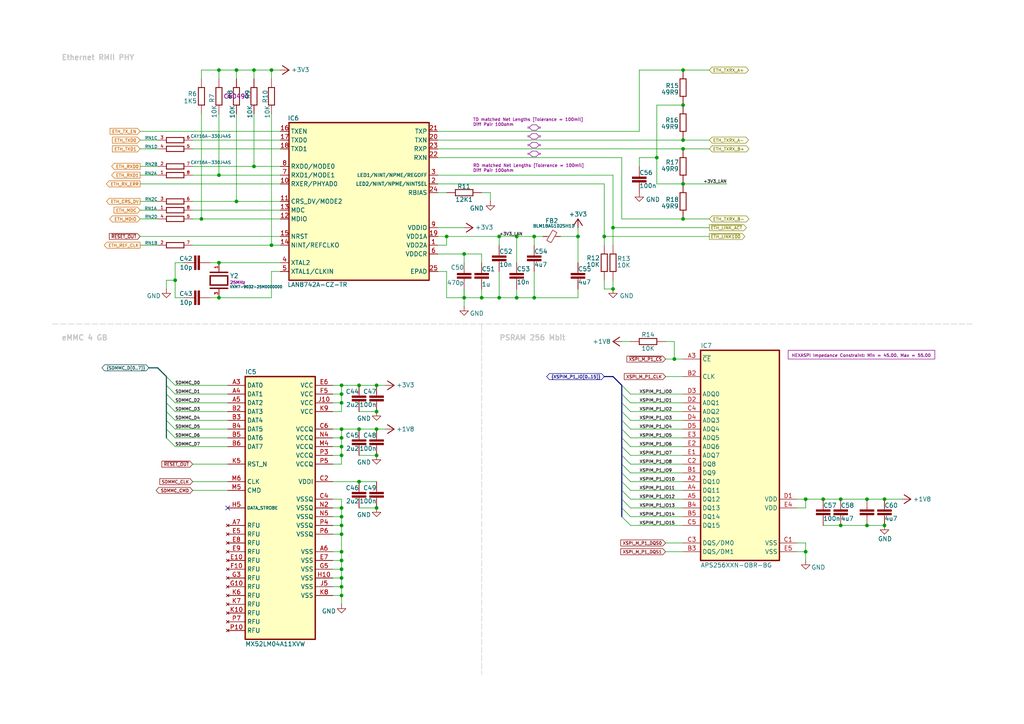
<source format=kicad_sch>
(kicad_sch (version 20250114) (generator "eeschema") (generator_version "9.0")
  (paper "A4")
  (title_block (title "${project_name}") (date "2025-11-03") (rev "${project_version}") (company "${project_creator}") (comment 1 "${project_license}") (comment 2 "${project_info}") (comment 3 "${project_url}"))
  (text "TD matched Net Lengths [Tolerance = 100mil]\nDiff Pair 100ohm" (at 137.16 36.83 0) (effects (font (size 0.889 0.889)) (justify left bottom)))
  (text "eMMC 4 GB" (at 17.78 99.06 0) (effects (font (size 1.524 1.524) (thickness 0.3048) (bold yes)) (justify left bottom)))
  (text "PSRAM 256 Mbit" (at 144.78 99.06 0) (effects (font (size 1.524 1.524) (thickness 0.3048) (bold yes)) (justify left bottom)))
  (text "Ethernet RMII PHY" (at 17.78 17.78 0) (effects (font (size 1.524 1.524) (thickness 0.3048) (bold yes)) (justify left bottom)))
  (text "RD matched Net Lengths [Tolerance = 100mil]\nDiff Pair 100ohm" (at 137.16 50.165 0) (effects (font (size 0.889 0.889)) (justify left bottom)))
  (text_box "HEXASPI Impedance Constraint: Min = 45.00, Max = 55.00" (at 228.6 101.6 0) (size 42.545 2.54) (margins 0.9525 0.9525 0.9525 0.9525) (stroke (width 0) (color 132 0 132 1)) (effects (font (size 0.889 0.889)) (justify left top)))
  (junction (at 251.46 144.78))
  (junction (at 99.06 154.94))
  (junction (at 243.84 144.78))
  (junction (at 233.68 160.02))
  (junction (at 144.78 86.36))
  (junction (at 99.06 165.1))
  (junction (at 78.74 71.12))
  (junction (at 99.06 170.18))
  (junction (at 99.06 152.4))
  (junction (at 134.62 86.36))
  (junction (at 243.84 152.4))
  (junction (at 144.78 68.58))
  (junction (at 99.06 132.08))
  (junction (at 238.76 144.78))
  (junction (at 68.58 58.42))
  (junction (at 99.06 147.32))
  (junction (at 154.94 68.58))
  (junction (at 109.22 119.38))
  (junction (at 99.06 167.64))
  (junction (at 99.06 160.02))
  (junction (at 99.06 149.86))
  (junction (at 129.54 68.58))
  (junction (at 99.06 172.72))
  (junction (at 149.86 68.58))
  (junction (at 99.06 127))
  (junction (at 58.42 63.5))
  (junction (at 198.12 43.18))
  (junction (at 73.66 48.26))
  (junction (at 177.8 66.04))
  (junction (at 109.22 111.76))
  (junction (at 198.12 20.32))
  (junction (at 63.5 50.8))
  (junction (at 63.5 76.2))
  (junction (at 149.86 86.36))
  (junction (at 256.54 144.78))
  (junction (at 104.14 139.7))
  (junction (at 78.74 20.32))
  (junction (at 109.22 132.08))
  (junction (at 104.14 111.76))
  (junction (at 63.5 86.36))
  (junction (at 99.06 162.56))
  (junction (at 99.06 111.76))
  (junction (at 99.06 114.3))
  (junction (at 63.5 20.32))
  (junction (at 99.06 116.84))
  (junction (at 50.8 81.28))
  (junction (at 198.12 30.48))
  (junction (at 104.14 124.46))
  (junction (at 167.64 68.58))
  (junction (at 177.8 83.82))
  (junction (at 99.06 129.54))
  (junction (at 233.68 144.78))
  (junction (at 139.7 86.36))
  (junction (at 134.62 73.66))
  (junction (at 68.58 20.32))
  (junction (at 99.06 124.46))
  (junction (at 256.54 152.4))
  (junction (at 109.22 124.46))
  (junction (at 198.12 53.34))
  (junction (at 73.66 20.32))
  (junction (at 198.12 63.5))
  (junction (at 190.5 45.72))
  (junction (at 109.22 147.32))
  (junction (at 198.12 40.64))
  (junction (at 251.46 152.4))
  (junction (at 154.94 86.36))
  (junction (at 195.58 104.14))
  (junction (at 175.26 68.58))
  (no_connect (at 66.04 147.32))
  (bus_entry (at 48.26 127) (size 2.54 2.54))
  (bus_entry (at 48.26 121.92) (size 2.54 2.54))
  (bus_entry (at 180.34 114.3) (size 2.54 2.54))
  (bus_entry (at 180.34 129.54) (size 2.54 2.54))
  (bus_entry (at 180.34 134.62) (size 2.54 2.54))
  (bus_entry (at 180.34 111.76) (size 2.54 2.54))
  (bus_entry (at 180.34 127) (size 2.54 2.54))
  (bus_entry (at 48.26 116.84) (size 2.54 2.54))
  (bus_entry (at 180.34 132.08) (size 2.54 2.54))
  (bus_entry (at 180.34 139.7) (size 2.54 2.54))
  (bus_entry (at 180.34 149.86) (size 2.54 2.54))
  (bus_entry (at 48.26 111.76) (size 2.54 2.54))
  (bus_entry (at 48.26 114.3) (size 2.54 2.54))
  (bus_entry (at 180.34 124.46) (size 2.54 2.54))
  (bus_entry (at 180.34 142.24) (size 2.54 2.54))
  (bus_entry (at 180.34 144.78) (size 2.54 2.54))
  (bus_entry (at 48.26 124.46) (size 2.54 2.54))
  (bus_entry (at 180.34 116.84) (size 2.54 2.54))
  (bus_entry (at 48.26 109.22) (size 2.54 2.54))
  (bus_entry (at 180.34 119.38) (size 2.54 2.54))
  (bus_entry (at 48.26 119.38) (size 2.54 2.54))
  (bus_entry (at 180.34 137.16) (size 2.54 2.54))
  (bus_entry (at 180.34 147.32) (size 2.54 2.54))
  (bus_entry (at 180.34 121.92) (size 2.54 2.54))
  (polyline (pts (xy 156.21 36.83) (xy 156.845 36.83)) (stroke (width 0.1524) (type solid) (color 132 0 132 1)))
  (wire (pts (xy 182.88 142.24) (xy 198.12 142.24)))
  (wire (pts (xy 154.94 86.36) (xy 167.64 86.36)))
  (wire (pts (xy 78.74 78.74) (xy 78.74 86.36)))
  (wire (pts (xy 58.42 20.32) (xy 63.5 20.32)) (stroke (width 0.1524)))
  (wire (pts (xy 48.26 81.28) (xy 48.26 83.82)))
  (polyline (pts (xy 154.305 38.735) (xy 155.575 38.735)) (stroke (width 0.1524) (type solid) (color 132 0 132 1)))
  (wire (pts (xy 193.04 104.14) (xy 195.58 104.14)))
  (wire (pts (xy 55.88 139.7) (xy 66.04 139.7)))
  (wire (pts (xy 182.88 137.16) (xy 198.12 137.16)))
  (wire (pts (xy 129.54 68.58) (xy 144.78 68.58)) (stroke (width 0.1524)))
  (wire (pts (xy 99.06 132.08) (xy 99.06 134.62)))
  (wire (pts (xy 50.8 111.76) (xy 66.04 111.76)))
  (wire (pts (xy 154.94 68.58) (xy 157.48 68.58)))
  (wire (pts (xy 96.52 167.64) (xy 99.06 167.64)))
  (wire (pts (xy 149.86 86.36) (xy 149.86 83.82)) (stroke (width 0.1524)))
  (wire (pts (xy 139.7 86.36) (xy 144.78 86.36)) (stroke (width 0.1524)))
  (wire (pts (xy 185.42 20.32) (xy 198.12 20.32)) (stroke (width 0.1524)))
  (bus (pts (xy 45.72 106.68) (xy 48.26 109.22)) (stroke (width 0) (color 0 72 72 1)))
  (polyline (pts (xy 153.035 36.83) (xy 153.67 36.83)) (stroke (width 0.1524) (type solid) (color 132 0 132 1)))
  (wire (pts (xy 99.06 167.64) (xy 99.06 170.18)))
  (polyline (pts (xy 156.21 41.91) (xy 156.845 41.91)) (stroke (width 0.1524) (type solid) (color 132 0 132 1)))
  (wire (pts (xy 198.12 40.64) (xy 205.74 40.64)) (stroke (width 0.1524)))
  (wire (pts (xy 180.34 63.5) (xy 198.12 63.5)) (stroke (width 0.1524)))
  (polyline (pts (xy 153.67 39.37) (xy 154.305 38.735)) (stroke (width 0.1524) (type solid) (color 132 0 132 1)))
  (polyline (pts (xy 156.21 44.45) (xy 156.845 44.45)) (stroke (width 0.1524) (type solid) (color 132 0 132 1)))
  (polyline (pts (xy 155.575 41.275) (xy 156.21 41.91)) (stroke (width 0.1524) (type solid) (color 132 0 132 1)))
  (polyline (pts (xy 154.305 37.7825) (xy 153.67 37.1475)) (stroke (width 0.1524) (type solid) (color 132 0 132 1)))
  (wire (pts (xy 251.46 152.4) (xy 256.54 152.4)))
  (polyline (pts (xy 156.21 39.6875) (xy 155.575 40.3225)) (stroke (width 0.1524) (type solid) (color 132 0 132 1)))
  (wire (pts (xy 134.62 88.9) (xy 134.62 86.36)))
  (wire (pts (xy 55.88 63.5) (xy 58.42 63.5)))
  (polyline (pts (xy 153.67 39.6875) (xy 153.035 39.6875)) (stroke (width 0.1524) (type solid) (color 132 0 132 1)))
  (wire (pts (xy 177.8 81.28) (xy 177.8 83.82)) (stroke (width 0.1524)))
  (wire (pts (xy 182.88 134.62) (xy 198.12 134.62)))
  (wire (pts (xy 40.64 58.42) (xy 45.72 58.42)))
  (wire (pts (xy 149.86 68.58) (xy 149.86 76.2)) (stroke (width 0.1524)))
  (wire (pts (xy 238.76 152.4) (xy 243.84 152.4)))
  (wire (pts (xy 127 50.8) (xy 177.8 50.8)) (stroke (width 0.1524)))
  (wire (pts (xy 182.88 149.86) (xy 198.12 149.86)))
  (wire (pts (xy 99.06 124.46) (xy 104.14 124.46)))
  (wire (pts (xy 50.8 127) (xy 66.04 127)))
  (wire (pts (xy 177.8 50.8) (xy 177.8 66.04)) (stroke (width 0.1524)))
  (wire (pts (xy 167.64 68.58) (xy 167.64 76.2)))
  (wire (pts (xy 58.42 63.5) (xy 58.42 33.02)) (stroke (width 0.1524)))
  (wire (pts (xy 99.06 165.1) (xy 99.06 167.64)))
  (wire (pts (xy 50.8 76.2) (xy 50.8 81.28)))
  (wire (pts (xy 81.28 71.12) (xy 78.74 71.12)))
  (wire (pts (xy 96.52 162.56) (xy 99.06 162.56)))
  (wire (pts (xy 55.88 48.26) (xy 73.66 48.26)))
  (bus (pts (xy 177.8 109.22) (xy 180.34 111.76)))
  (wire (pts (xy 99.06 114.3) (xy 99.06 116.84)))
  (wire (pts (xy 231.14 160.02) (xy 233.68 160.02)))
  (wire (pts (xy 167.64 66.04) (xy 167.64 68.58)))
  (bus (pts (xy 180.34 111.76) (xy 180.34 114.3)))
  (wire (pts (xy 96.52 160.02) (xy 99.06 160.02)))
  (wire (pts (xy 96.52 124.46) (xy 99.06 124.46)))
  (wire (pts (xy 182.88 132.08) (xy 198.12 132.08)))
  (wire (pts (xy 198.12 53.34) (xy 195.58 53.34)) (stroke (width 0.1524)))
  (wire (pts (xy 256.54 144.78) (xy 261.62 144.78)))
  (wire (pts (xy 99.06 147.32) (xy 99.06 149.86)))
  (wire (pts (xy 134.62 73.66) (xy 139.7 73.66)) (stroke (width 0.1524)))
  (polyline (pts (xy 156.845 42.2275) (xy 156.21 42.2275)) (stroke (width 0.1524) (type solid) (color 132 0 132 1)))
  (wire (pts (xy 175.26 83.82) (xy 177.8 83.82)) (stroke (width 0.1524)))
  (wire (pts (xy 50.8 81.28) (xy 50.8 86.36)))
  (wire (pts (xy 190.5 30.48) (xy 190.5 45.72)))
  (wire (pts (xy 60.96 86.36) (xy 63.5 86.36)))
  (wire (pts (xy 182.88 114.3) (xy 198.12 114.3)))
  (wire (pts (xy 182.88 127) (xy 198.12 127)))
  (polyline (pts (xy 153.035 44.45) (xy 153.67 44.45)) (stroke (width 0.1524) (type solid) (color 132 0 132 1)))
  (bus (pts (xy 180.34 147.32) (xy 180.34 149.86)))
  (wire (pts (xy 99.06 111.76) (xy 99.06 114.3)))
  (wire (pts (xy 99.06 129.54) (xy 99.06 132.08)))
  (wire (pts (xy 198.12 20.32) (xy 205.74 20.32)) (stroke (width 0.1524)))
  (wire (pts (xy 182.88 147.32) (xy 198.12 147.32)))
  (bus (pts (xy 180.34 139.7) (xy 180.34 142.24)))
  (wire (pts (xy 149.86 86.36) (xy 154.94 86.36)) (stroke (width 0.1524)))
  (wire (pts (xy 68.58 20.32) (xy 68.58 22.86)))
  (wire (pts (xy 238.76 144.78) (xy 243.84 144.78)))
  (wire (pts (xy 96.52 172.72) (xy 99.06 172.72)))
  (polyline (pts (xy 155.575 38.735) (xy 156.21 39.37)) (stroke (width 0.1524) (type solid) (color 132 0 132 1)))
  (wire (pts (xy 99.06 170.18) (xy 99.06 172.72)))
  (wire (pts (xy 134.62 73.66) (xy 134.62 76.2)) (stroke (width 0.1524)))
  (wire (pts (xy 182.88 129.54) (xy 198.12 129.54)))
  (wire (pts (xy 127 45.72) (xy 180.34 45.72)))
  (wire (pts (xy 96.52 147.32) (xy 99.06 147.32)))
  (polyline (pts (xy 153.67 42.2275) (xy 153.035 42.2275)) (stroke (width 0.1524) (type solid) (color 132 0 132 1)))
  (wire (pts (xy 63.5 86.36) (xy 78.74 86.36)))
  (wire (pts (xy 96.52 134.62) (xy 99.06 134.62)))
  (bus (pts (xy 180.34 129.54) (xy 180.34 132.08)))
  (wire (pts (xy 180.34 99.06) (xy 182.88 99.06)))
  (wire (pts (xy 78.74 78.74) (xy 81.28 78.74)))
  (wire (pts (xy 127 71.12) (xy 129.54 71.12)) (stroke (width 0.1524)))
  (wire (pts (xy 63.5 20.32) (xy 68.58 20.32)) (stroke (width 0.1524)))
  (bus (pts (xy 175.26 109.22) (xy 177.8 109.22)))
  (wire (pts (xy 63.5 33.02) (xy 63.5 50.8)))
  (wire (pts (xy 104.14 139.7) (xy 109.22 139.7)))
  (wire (pts (xy 134.62 86.36) (xy 129.54 86.36)) (stroke (width 0.1524)))
  (wire (pts (xy 99.06 160.02) (xy 99.06 162.56)))
  (wire (pts (xy 96.52 127) (xy 99.06 127)))
  (wire (pts (xy 96.52 114.3) (xy 99.06 114.3)))
  (wire (pts (xy 182.88 144.78) (xy 198.12 144.78)))
  (wire (pts (xy 195.58 104.14) (xy 198.12 104.14)))
  (polyline (pts (xy 154.305 42.8625) (xy 155.575 42.8625)) (stroke (width 0.1524) (type solid) (color 132 0 132 1)))
  (wire (pts (xy 73.66 48.26) (xy 81.28 48.26)) (stroke (width 0.1524)))
  (wire (pts (xy 68.58 58.42) (xy 68.58 33.02)))
  (wire (pts (xy 55.88 40.64) (xy 81.28 40.64)))
  (wire (pts (xy 99.06 154.94) (xy 99.06 160.02)))
  (wire (pts (xy 167.64 83.82) (xy 167.64 86.36)))
  (wire (pts (xy 50.8 86.36) (xy 53.34 86.36)))
  (bus (pts (xy 180.34 116.84) (xy 180.34 119.38)))
  (wire (pts (xy 182.88 152.4) (xy 198.12 152.4)))
  (wire (pts (xy 104.14 124.46) (xy 109.22 124.46)))
  (wire (pts (xy 198.12 53.34) (xy 210.82 53.34)) (stroke (width 0.1524)))
  (wire (pts (xy 185.42 45.72) (xy 190.5 45.72)))
  (polyline (pts (xy 156.21 39.37) (xy 156.845 39.37)) (stroke (width 0.1524) (type solid) (color 132 0 132 1)))
  (wire (pts (xy 50.8 124.46) (xy 66.04 124.46)))
  (wire (pts (xy 50.8 119.38) (xy 66.04 119.38)))
  (wire (pts (xy 55.88 60.96) (xy 81.28 60.96)))
  (wire (pts (xy 96.52 119.38) (xy 99.06 119.38)))
  (wire (pts (xy 154.94 78.74) (xy 154.94 86.36)))
  (wire (pts (xy 60.96 76.2) (xy 63.5 76.2)))
  (wire (pts (xy 96.52 144.78) (xy 99.06 144.78)))
  (wire (pts (xy 139.7 73.66) (xy 139.7 76.2)) (stroke (width 0.1524)))
  (wire (pts (xy 40.64 63.5) (xy 45.72 63.5)))
  (wire (pts (xy 139.7 83.82) (xy 139.7 86.36)))
  (wire (pts (xy 129.54 68.58) (xy 129.54 71.12)))
  (wire (pts (xy 96.52 154.94) (xy 99.06 154.94)))
  (wire (pts (xy 96.52 116.84) (xy 99.06 116.84)))
  (wire (pts (xy 139.7 55.88) (xy 142.24 55.88)))
  (wire (pts (xy 40.64 38.1) (xy 81.28 38.1)) (stroke (width 0.1524)))
  (wire (pts (xy 55.88 43.18) (xy 81.28 43.18)))
  (wire (pts (xy 58.42 20.32) (xy 58.42 22.86)) (stroke (width 0.1524)))
  (wire (pts (xy 78.74 71.12) (xy 78.74 33.02)))
  (wire (pts (xy 99.06 111.76) (xy 104.14 111.76)))
  (bus (pts (xy 180.34 124.46) (xy 180.34 127)))
  (wire (pts (xy 40.64 50.8) (xy 45.72 50.8)))
  (polyline (pts (xy 156.845 37.1475) (xy 156.21 37.1475)) (stroke (width 0.1524) (type solid) (color 132 0 132 1)))
  (wire (pts (xy 144.78 78.74) (xy 144.78 86.36)))
  (wire (pts (xy 63.5 20.32) (xy 63.5 22.86)))
  (wire (pts (xy 127 73.66) (xy 134.62 73.66)) (stroke (width 0.1524)))
  (polyline (pts (xy 15.24 93.98) (xy 281.94 93.98)) (stroke (width 0.1524) (type dash) (color 194 194 194 1)))
  (wire (pts (xy 231.14 144.78) (xy 233.68 144.78)))
  (polyline (pts (xy 153.67 44.7675) (xy 153.035 44.7675)) (stroke (width 0.1524) (type solid) (color 132 0 132 1)))
  (bus (pts (xy 48.26 119.38) (xy 48.26 121.92)) (stroke (width 0) (color 0 72 72 1)))
  (wire (pts (xy 198.12 43.18) (xy 205.74 43.18)) (stroke (width 0.1524)))
  (wire (pts (xy 55.88 134.62) (xy 66.04 134.62)))
  (wire (pts (xy 78.74 20.32) (xy 78.74 22.86)) (stroke (width 0.1524)))
  (wire (pts (xy 175.26 68.58) (xy 205.74 68.58)) (stroke (width 0.1524)))
  (wire (pts (xy 50.8 121.92) (xy 66.04 121.92)))
  (wire (pts (xy 193.04 160.02) (xy 198.12 160.02)))
  (wire (pts (xy 96.52 152.4) (xy 99.06 152.4)))
  (wire (pts (xy 68.58 20.32) (xy 73.66 20.32)) (stroke (width 0.1524)))
  (wire (pts (xy 190.5 53.34) (xy 195.58 53.34)))
  (polyline (pts (xy 156.21 37.1475) (xy 155.575 37.7825)) (stroke (width 0.1524) (type solid) (color 132 0 132 1)))
  (wire (pts (xy 177.8 66.04) (xy 205.74 66.04)) (stroke (width 0.1524)))
  (wire (pts (xy 177.8 66.04) (xy 177.8 71.12)))
  (wire (pts (xy 40.64 60.96) (xy 45.72 60.96)))
  (wire (pts (xy 96.52 132.08) (xy 99.06 132.08)))
  (bus (pts (xy 180.34 134.62) (xy 180.34 137.16)))
  (wire (pts (xy 134.62 86.36) (xy 139.7 86.36)) (stroke (width 0.1524)))
  (wire (pts (xy 134.62 86.36) (xy 134.62 83.82)))
  (wire (pts (xy 81.28 58.42) (xy 68.58 58.42)))
  (wire (pts (xy 134.62 86.36) (xy 134.62 83.82)) (stroke (width 0.1524)))
  (wire (pts (xy 99.06 152.4) (xy 99.06 154.94)))
  (wire (pts (xy 233.68 144.78) (xy 238.76 144.78)))
  (wire (pts (xy 40.64 53.34) (xy 81.28 53.34)))
  (bus (pts (xy 48.26 121.92) (xy 48.26 124.46)) (stroke (width 0) (color 0 72 72 1)))
  (wire (pts (xy 144.78 86.36) (xy 149.86 86.36)) (stroke (width 0.1524)))
  (polyline (pts (xy 154.305 45.4025) (xy 153.67 44.7675)) (stroke (width 0.1524) (type solid) (color 132 0 132 1)))
  (wire (pts (xy 144.78 68.58) (xy 149.86 68.58)) (stroke (width 0.1524)))
  (wire (pts (xy 127 38.1) (xy 185.42 38.1)) (stroke (width 0.1524)))
  (wire (pts (xy 40.64 48.26) (xy 45.72 48.26)))
  (bus (pts (xy 180.34 121.92) (xy 180.34 124.46)))
  (polyline (pts (xy 154.305 41.275) (xy 155.575 41.275)) (stroke (width 0.1524) (type solid) (color 132 0 132 1)))
  (wire (pts (xy 99.06 162.56) (xy 99.06 165.1)))
  (bus (pts (xy 43.18 106.68) (xy 45.72 106.68)) (stroke (width 0) (color 0 72 72 1)))
  (wire (pts (xy 55.88 142.24) (xy 66.04 142.24)))
  (wire (pts (xy 111.76 111.76) (xy 109.22 111.76)))
  (polyline (pts (xy 154.305 45.4025) (xy 155.575 45.4025)) (stroke (width 0.1524) (type solid) (color 132 0 132 1)))
  (wire (pts (xy 142.24 55.88) (xy 142.24 58.42)))
  (wire (pts (xy 104.14 111.76) (xy 109.22 111.76)))
  (wire (pts (xy 96.52 170.18) (xy 99.06 170.18)))
  (wire (pts (xy 195.58 99.06) (xy 195.58 104.14)))
  (wire (pts (xy 231.14 157.48) (xy 233.68 157.48)))
  (wire (pts (xy 251.46 144.78) (xy 256.54 144.78)))
  (wire (pts (xy 193.04 157.48) (xy 198.12 157.48)))
  (wire (pts (xy 175.26 53.34) (xy 175.26 68.58)) (stroke (width 0.1524)))
  (wire (pts (xy 127 78.74) (xy 129.54 78.74)))
  (polyline (pts (xy 139.7 93.98) (xy 139.7 195.58)) (stroke (width 0.1524) (type dash) (color 194 194 194 1)))
  (wire (pts (xy 127 53.34) (xy 175.26 53.34)) (stroke (width 0.1524)))
  (wire (pts (xy 127 43.18) (xy 198.12 43.18)))
  (wire (pts (xy 233.68 157.48) (xy 233.68 160.02)))
  (wire (pts (xy 185.42 45.72) (xy 185.42 48.26)))
  (polyline (pts (xy 154.305 43.815) (xy 155.575 43.815)) (stroke (width 0.1524) (type solid) (color 132 0 132 1)))
  (wire (pts (xy 193.04 109.22) (xy 198.12 109.22)))
  (wire (pts (xy 233.68 160.02) (xy 233.68 162.56)))
  (wire (pts (xy 127 68.58) (xy 129.54 68.58)))
  (wire (pts (xy 180.34 45.72) (xy 180.34 63.5)) (stroke (width 0.1524)))
  (wire (pts (xy 58.42 63.5) (xy 81.28 63.5)) (stroke (width 0.1524)))
  (wire (pts (xy 50.8 129.54) (xy 66.04 129.54)))
  (wire (pts (xy 96.52 165.1) (xy 99.06 165.1)))
  (polyline (pts (xy 155.575 43.815) (xy 156.21 44.45)) (stroke (width 0.1524) (type solid) (color 132 0 132 1)))
  (polyline (pts (xy 154.305 40.3225) (xy 153.67 39.6875)) (stroke (width 0.1524) (type solid) (color 132 0 132 1)))
  (wire (pts (xy 99.06 149.86) (xy 99.06 152.4)))
  (wire (pts (xy 109.22 124.46) (xy 111.76 124.46)))
  (wire (pts (xy 149.86 68.58) (xy 154.94 68.58)) (stroke (width 0.1524)))
  (wire (pts (xy 81.28 20.32) (xy 78.74 20.32)))
  (wire (pts (xy 104.14 147.32) (xy 109.22 147.32)))
  (wire (pts (xy 104.14 119.38) (xy 109.22 119.38)))
  (polyline (pts (xy 155.575 36.195) (xy 156.21 36.83)) (stroke (width 0.1524) (type solid) (color 132 0 132 1)))
  (wire (pts (xy 193.04 99.06) (xy 195.58 99.06)))
  (polyline (pts (xy 153.67 37.1475) (xy 153.035 37.1475)) (stroke (width 0.1524) (type solid) (color 132 0 132 1)))
  (wire (pts (xy 129.54 78.74) (xy 129.54 86.36)) (stroke (width 0.1524)))
  (wire (pts (xy 63.5 50.8) (xy 81.28 50.8)) (stroke (width 0.1524)))
  (wire (pts (xy 190.5 30.48) (xy 195.58 30.48)))
  (bus (pts (xy 180.34 119.38) (xy 180.34 121.92)))
  (polyline (pts (xy 154.305 36.195) (xy 155.575 36.195)) (stroke (width 0.1524) (type solid) (color 132 0 132 1)))
  (wire (pts (xy 73.66 20.32) (xy 78.74 20.32)) (stroke (width 0.1524)))
  (polyline (pts (xy 156.21 44.7675) (xy 155.575 45.4025)) (stroke (width 0.1524) (type solid) (color 132 0 132 1)))
  (wire (pts (xy 48.26 81.28) (xy 50.8 81.28)))
  (wire (pts (xy 198.12 63.5) (xy 205.74 63.5)) (stroke (width 0.1524)))
  (bus (pts (xy 180.34 137.16) (xy 180.34 139.7)))
  (wire (pts (xy 73.66 33.02) (xy 73.66 48.26)))
  (wire (pts (xy 182.88 119.38) (xy 198.12 119.38)))
  (wire (pts (xy 198.12 30.48) (xy 195.58 30.48)) (stroke (width 0.1524)))
  (polyline (pts (xy 153.035 41.91) (xy 153.67 41.91)) (stroke (width 0.1524) (type solid) (color 132 0 132 1)))
  (wire (pts (xy 185.42 38.1) (xy 185.42 20.32)) (stroke (width 0.1524)))
  (wire (pts (xy 55.88 50.8) (xy 63.5 50.8)))
  (polyline (pts (xy 153.035 39.37) (xy 153.67 39.37)) (stroke (width 0.1524) (type solid) (color 132 0 132 1)))
  (bus (pts (xy 180.34 144.78) (xy 180.34 147.32)))
  (bus (pts (xy 180.34 127) (xy 180.34 129.54)))
  (wire (pts (xy 243.84 152.4) (xy 251.46 152.4)))
  (bus (pts (xy 48.26 116.84) (xy 48.26 119.38)) (stroke (width 0) (color 0 72 72 1)))
  (wire (pts (xy 99.06 116.84) (xy 99.06 119.38)))
  (polyline (pts (xy 153.67 41.91) (xy 154.305 41.275)) (stroke (width 0.1524) (type solid) (color 132 0 132 1)))
  (bus (pts (xy 48.26 124.46) (xy 48.26 127)) (stroke (width 0) (color 0 72 72 1)))
  (wire (pts (xy 40.64 40.64) (xy 45.72 40.64)))
  (bus (pts (xy 180.34 114.3) (xy 180.34 116.84)))
  (bus (pts (xy 48.26 111.76) (xy 48.26 114.3)) (stroke (width 0) (color 0 72 72 1)))
  (wire (pts (xy 63.5 76.2) (xy 81.28 76.2)))
  (bus (pts (xy 180.34 142.24) (xy 180.34 144.78)))
  (wire (pts (xy 190.5 45.72) (xy 190.5 53.34)))
  (wire (pts (xy 182.88 139.7) (xy 198.12 139.7)))
  (wire (pts (xy 127 40.64) (xy 198.12 40.64)) (stroke (width 0.1524)))
  (wire (pts (xy 144.78 68.58) (xy 144.78 71.12)))
  (wire (pts (xy 182.88 116.84) (xy 198.12 116.84)))
  (bus (pts (xy 48.26 109.22) (xy 48.26 111.76)) (stroke (width 0) (color 0 72 72 1)))
  (polyline (pts (xy 154.305 42.8625) (xy 153.67 42.2275)) (stroke (width 0.1524) (type solid) (color 132 0 132 1)))
  (wire (pts (xy 154.94 68.58) (xy 154.94 71.12)) (stroke (width 0.1524)))
  (wire (pts (xy 182.88 124.46) (xy 198.12 124.46)))
  (wire (pts (xy 99.06 127) (xy 99.06 129.54)))
  (polyline (pts (xy 154.305 40.3225) (xy 155.575 40.3225)) (stroke (width 0.1524) (type solid) (color 132 0 132 1)))
  (wire (pts (xy 40.64 71.12) (xy 45.72 71.12)))
  (wire (pts (xy 127 55.88) (xy 129.54 55.88)) (stroke (width 0.1524)))
  (polyline (pts (xy 156.21 42.2275) (xy 155.575 42.8625)) (stroke (width 0.1524) (type solid) (color 132 0 132 1)))
  (wire (pts (xy 55.88 58.42) (xy 68.58 58.42)))
  (wire (pts (xy 73.66 20.32) (xy 73.66 22.86)))
  (bus (pts (xy 48.26 114.3) (xy 48.26 116.84)) (stroke (width 0) (color 0 72 72 1)))
  (wire (pts (xy 50.8 116.84) (xy 66.04 116.84)))
  (wire (pts (xy 50.8 76.2) (xy 53.34 76.2)))
  (polyline (pts (xy 156.845 39.6875) (xy 156.21 39.6875)) (stroke (width 0.1524) (type solid) (color 132 0 132 1)))
  (wire (pts (xy 104.14 132.08) (xy 109.22 132.08)))
  (wire (pts (xy 55.88 71.12) (xy 78.74 71.12)))
  (polyline (pts (xy 153.67 36.83) (xy 154.305 36.195)) (stroke (width 0.1524) (type solid) (color 132 0 132 1)))
  (wire (pts (xy 50.8 114.3) (xy 66.04 114.3)))
  (wire (pts (xy 134.62 66.04) (xy 127 66.04)))
  (wire (pts (xy 243.84 144.78) (xy 251.46 144.78)))
  (wire (pts (xy 182.88 121.92) (xy 198.12 121.92)))
  (wire (pts (xy 96.52 139.7) (xy 104.14 139.7)))
  (wire (pts (xy 175.26 68.58) (xy 175.26 71.12)))
  (wire (pts (xy 96.52 149.86) (xy 99.06 149.86)))
  (wire (pts (xy 162.56 68.58) (xy 167.64 68.58)))
  (wire (pts (xy 40.64 68.58) (xy 81.28 68.58)) (stroke (width 0.1524)))
  (polyline (pts (xy 153.67 44.45) (xy 154.305 43.815)) (stroke (width 0.1524) (type solid) (color 132 0 132 1)))
  (polyline (pts (xy 154.305 37.7825) (xy 155.575 37.7825)) (stroke (width 0.1524) (type solid) (color 132 0 132 1)))
  (wire (pts (xy 99.06 172.72) (xy 99.06 175.26)))
  (wire (pts (xy 96.52 129.54) (xy 99.06 129.54)))
  (wire (pts (xy 99.06 144.78) (xy 99.06 147.32)))
  (wire (pts (xy 233.68 144.78) (xy 233.68 147.32)))
  (wire (pts (xy 40.64 43.18) (xy 45.72 43.18)))
  (wire (pts (xy 99.06 124.46) (xy 99.06 127)))
  (polyline (pts (xy 156.845 44.7675) (xy 156.21 44.7675)) (stroke (width 0.1524) (type solid) (color 132 0 132 1)))
  (wire (pts (xy 231.14 147.32) (xy 233.68 147.32)))
  (wire (pts (xy 175.26 83.82) (xy 175.26 81.28)) (stroke (width 0.1524)))
  (bus (pts (xy 180.34 132.08) (xy 180.34 134.62)))
  (wire (pts (xy 96.52 111.76) (xy 99.06 111.76)))
  (label "SDMMC_D6" (at 50.8 127 0) (effects (font (size 0.889 0.889))))
  (label "SDMMC_D2" (at 50.8 116.84 0) (effects (font (size 0.889 0.889))))
  (label "XSPIM_P1_IO5" (at 185.42 127 0) (effects (font (size 0.889 0.889))))
  (label "XSPIM_P1_IO13" (at 185.42 147.32 0) (effects (font (size 0.889 0.889))))
  (label "XSPIM_P1_IO6" (at 185.42 129.54 0) (effects (font (size 0.889 0.889))))
  (label "SDMMC_D7" (at 50.8 129.54 0) (effects (font (size 0.889 0.889))))
  (label "+3V3_LAN" (at 210.82 53.34 180) (effects (font (size 0.889 0.889))))
  (label "XSPIM_P1_IO12" (at 185.42 144.78 0) (effects (font (size 0.889 0.889))))
  (label "XSPIM_P1_IO10" (at 185.42 139.7 0) (effects (font (size 0.889 0.889))))
  (label "XSPIM_P1_IO15" (at 185.42 152.4 0) (effects (font (size 0.889 0.889))))
  (label "XSPIM_P1_IO11" (at 185.42 142.24 0) (effects (font (size 0.889 0.889))))
  (label "XSPIM_P1_IO3" (at 185.42 121.92 0) (effects (font (size 0.889 0.889))))
  (label "SDMMC_D0" (at 50.8 111.76 0) (effects (font (size 0.889 0.889))))
  (label "XSPIM_P1_IO9" (at 185.42 137.16 0) (effects (font (size 0.889 0.889))))
  (label "XSPIM_P1_IO0" (at 185.42 114.3 0) (effects (font (size 0.889 0.889))))
  (label "SDMMC_D3" (at 50.8 119.38 0) (effects (font (size 0.889 0.889))))
  (label "+3V3_LAN" (at 144.78 68.58 0) (effects (font (size 0.889 0.889))))
  (label "XSPIM_P1_IO7" (at 185.42 132.08 0) (effects (font (size 0.889 0.889))))
  (label "XSPIM_P1_IO14" (at 185.42 149.86 0) (effects (font (size 0.889 0.889))))
  (label "SDMMC_D1" (at 50.8 114.3 0) (effects (font (size 0.889 0.889))))
  (label "XSPIM_P1_IO2" (at 185.42 119.38 0) (effects (font (size 0.889 0.889))))
  (label "XSPIM_P1_IO4" (at 185.42 124.46 0) (effects (font (size 0.889 0.889))))
  (label "SDMMC_D5" (at 50.8 124.46 0) (effects (font (size 0.889 0.889))))
  (label "SDMMC_D4" (at 50.8 121.92 0) (effects (font (size 0.889 0.889))))
  (label "XSPIM_P1_IO1" (at 185.42 116.84 0) (effects (font (size 0.889 0.889))))
  (label "XSPIM_P1_IO8" (at 185.42 134.62 0) (effects (font (size 0.889 0.889))))
  (global_label "~{RESET_OUT}" (shape input) (at 40.64 68.58 180) (effects (font (size 0.889 0.889))) (property "Intersheetrefs" "${INTERSHEET_REFS}" (effects (hide yes))))
  (global_label "~{RESET_OUT}" (shape input) (at 55.88 134.62 180) (effects (font (size 0.889 0.889))) (property "Intersheetrefs" "${INTERSHEET_REFS}" (effects (hide yes))))
  (global_label "ETH_RX_ERR" (shape output) (at 40.64 53.34 180) (effects (font (size 0.889 0.889))) (property "Intersheetrefs" "${INTERSHEET_REFS}" (effects (hide yes))))
  (global_label "SDMMC_CMD" (shape bidirectional) (at 55.88 142.24 180) (effects (font (size 0.889 0.889))) (property "Intersheetrefs" "${INTERSHEET_REFS}" (effects (hide yes))))
  (global_label "ETH_REF_CLK" (shape output) (at 40.64 71.12 180) (effects (font (size 0.889 0.889))) (property "Intersheetrefs" "${INTERSHEET_REFS}" (effects (hide yes))))
  (global_label "{SDMMC_D[0..7]}" (shape bidirectional) (at 43.18 106.68 180) (effects (font (size 0.889 0.889))) (property "Intersheetrefs" "${INTERSHEET_REFS}" (effects (hide yes))))
  (global_label "~{XSPI_M_P1_CS}" (shape input) (at 193.04 104.14 180) (effects (font (size 0.889 0.889))) (property "Intersheetrefs" "${INTERSHEET_REFS}" (effects (hide yes))))
  (global_label "ETH_TXRX_A-" (shape bidirectional) (at 205.74 40.64 0) (effects (font (size 0.889 0.889))) (property "Intersheetrefs" "${INTERSHEET_REFS}" (effects (hide yes))))
  (global_label "XSPI_M_P1_CLK" (shape input) (at 193.04 109.22 180) (effects (font (size 0.889 0.889))) (property "Intersheetrefs" "${INTERSHEET_REFS}" (effects (hide yes))))
  (global_label "SDMMC_CLK" (shape input) (at 55.88 139.7 180) (effects (font (size 0.889 0.889))) (property "Intersheetrefs" "${INTERSHEET_REFS}" (effects (hide yes))))
  (global_label "~{ETH_LINK100}" (shape output) (at 205.74 68.58 0) (effects (font (size 0.889 0.889))) (property "Intersheetrefs" "${INTERSHEET_REFS}" (effects (hide yes))))
  (global_label "ETH_TX_EN" (shape input) (at 40.64 38.1 180) (effects (font (size 0.889 0.889))) (property "Intersheetrefs" "${INTERSHEET_REFS}" (effects (hide yes))))
  (global_label "~{ETH_LINK_ACT}" (shape output) (at 205.74 66.04 0) (effects (font (size 0.889 0.889))) (property "Intersheetrefs" "${INTERSHEET_REFS}" (effects (hide yes))))
  (global_label "ETH_RXD0" (shape output) (at 40.64 48.26 180) (effects (font (size 0.889 0.889))) (property "Intersheetrefs" "${INTERSHEET_REFS}" (effects (hide yes))))
  (global_label "XSPI_M_P1_DQS0" (shape input) (at 193.04 157.48 180) (effects (font (size 0.889 0.889))) (property "Intersheetrefs" "${INTERSHEET_REFS}" (effects (hide yes))))
  (global_label "{XSPIM_P1_IO[0..15]}" (shape bidirectional) (at 175.26 109.22 180) (effects (font (size 0.889 0.889))) (property "Intersheetrefs" "${INTERSHEET_REFS}" (effects (hide yes))))
  (global_label "ETH_RXD1" (shape output) (at 40.64 50.8 180) (effects (font (size 0.889 0.889))) (property "Intersheetrefs" "${INTERSHEET_REFS}" (effects (hide yes))))
  (global_label "ETH_MDC" (shape input) (at 40.64 60.96 180) (effects (font (size 0.889 0.889))) (property "Intersheetrefs" "${INTERSHEET_REFS}" (effects (hide yes))))
  (global_label "ETH_TXRX_B+" (shape bidirectional) (at 205.74 43.18 0) (effects (font (size 0.889 0.889))) (property "Intersheetrefs" "${INTERSHEET_REFS}" (effects (hide yes))))
  (global_label "ETH_MDIO" (shape bidirectional) (at 40.64 63.5 180) (effects (font (size 0.889 0.889))) (property "Intersheetrefs" "${INTERSHEET_REFS}" (effects (hide yes))))
  (global_label "ETH_TXD0" (shape input) (at 40.64 40.64 180) (effects (font (size 0.889 0.889))) (property "Intersheetrefs" "${INTERSHEET_REFS}" (effects (hide yes))))
  (global_label "ETH_CRS_DV" (shape output) (at 40.64 58.42 180) (effects (font (size 0.889 0.889))) (property "Intersheetrefs" "${INTERSHEET_REFS}" (effects (hide yes))))
  (global_label "ETH_TXD1" (shape input) (at 40.64 43.18 180) (effects (font (size 0.889 0.889))) (property "Intersheetrefs" "${INTERSHEET_REFS}" (effects (hide yes))))
  (global_label "ETH_TXRX_A+" (shape bidirectional) (at 205.74 20.32 0) (effects (font (size 0.889 0.889))) (property "Intersheetrefs" "${INTERSHEET_REFS}" (effects (hide yes))))
  (global_label "XSPI_M_P1_DQS1" (shape input) (at 193.04 160.02 180) (effects (font (size 0.889 0.889))) (property "Intersheetrefs" "${INTERSHEET_REFS}" (effects (hide yes))))
  (global_label "ETH_TXRX_B-" (shape bidirectional) (at 205.74 63.5 0) (effects (font (size 0.889 0.889))) (property "Intersheetrefs" "${INTERSHEET_REFS}" (effects (hide yes))))
  (symbol (lib_id "PCM_EEZ_symbols:+3V3") (at 83.82 20.32 270) (unit 1)
    (property "Reference" "#+3V010" (effects (hide yes)))
    (property "Value" "+3V3" (at 84.455 20.955 90) (effects (justify left bottom)))
    (property "Description" "Power symbol creates a global label with name \"+3V3\"" (effects (hide yes)))
  )
  (symbol (lib_id "PCM_EEZ_passives:R_ARRAY4") (at 50.8 58.42 0) (unit 3)
    (property "Reference" "RN2" (at 45.72 58.293 0) (effects (font (size 0.889 0.889)) (justify right bottom)))
    (property "Value" "CAY16A-330J4AS" (effects (hide yes)))
    (property "Footprint" "PCM_EEZ_passives:CAY16" (effects (hide yes)))
    (property "DigiKey" "CAY16-330J4LFCT-ND" (effects (hide yes)))
    (property "Mouser" "652-CAY16-330J4LF" (effects (hide yes)))
    (property "TME" "CAY16-330J4LF" (effects (hide yes)))
  )
  (symbol (lib_id "PCM_EEZ_passives:C-EU") (at 149.86 78.74 0) (unit 1)
    (property "Reference" "C53" (at 149.86 78.74 0) (effects (justify left bottom)))
    (property "Value" "10n" (at 149.86 82.55 0) (effects (justify left bottom)))
    (property "Footprint" "PCM_EEZ_passives:C_0402_1005Metric" (effects (hide yes)))
    (property "DigiKey" "490-6309-1-ND" (effects (hide yes)))
    (property "Mouser" "81-GRM155R61C103KA1D " (effects (hide yes)))
    (property "TME" "GRM155R61C103KA01D" (effects (hide yes)))
  )
  (symbol (lib_id "PCM_EEZ_passives:R_ARRAY4") (at 50.8 48.26 0) (unit 2)
    (property "Reference" "RN2" (at 45.72 48.133 0) (effects (font (size 0.889 0.889)) (justify right bottom)))
    (property "Value" "CAY16A-330J4AS" (at 55.245 47.625 0) (effects (font (size 0.889 0.889)) (justify left bottom)))
    (property "Footprint" "PCM_EEZ_passives:CAY16" (effects (hide yes)))
    (property "DigiKey" "CAY16-330J4LFCT-ND" (effects (hide yes)))
    (property "Mouser" "652-CAY16-330J4LF" (effects (hide yes)))
    (property "TME" "CAY16-330J4LF" (effects (hide yes)))
  )
  (symbol (lib_id "PCM_EEZ_passives:R_ARRAY4") (at 50.8 43.18 0) (unit 4)
    (property "Reference" "RN1" (at 45.72 43.053 0) (effects (font (size 0.889 0.889)) (justify right bottom)))
    (property "Value" "CAY16A-330J4AS" (effects (hide yes)))
    (property "Footprint" "PCM_EEZ_passives:CAY16" (effects (hide yes)))
    (property "DigiKey" "CAY16-330J4LFCT-ND" (effects (hide yes)))
    (property "Mouser" "652-CAY16-330J4LF" (effects (hide yes)))
    (property "TME" "CAY16-330J4LF" (effects (hide yes)))
  )
  (symbol (lib_id "PCM_EEZ_passives:R-EU") (at 134.62 55.88 270) (unit 1)
    (property "Reference" "R11" (at 136.525 53.34 90) (effects (justify right top)))
    (property "Value" "12K1" (at 137.16 57.15 90) (effects (justify right top)))
    (property "Footprint" "PCM_EEZ_passives:R_0402_1005Metric" (effects (hide yes)))
    (property "DigiKey" "13-RC0402FR-1012K1LCT-ND" (effects (hide yes)))
    (property "Mouser" "603-RC0402FR-1012K1L" (effects (hide yes)))
    (property "TME" "SMD0402-12.1K-1%" (effects (hide yes)))
  )
  (symbol (lib_id "power:GND") (at 134.62 88.9 0) (unit 1)
    (property "Reference" "#SUPPLY025" (effects (hide yes)))
    (property "Value" "GND" (at 140.335 90.17 0) (effects (justify right top)))
    (property "Description" "Power symbol creates a global label with name \"GND\" , ground" (effects (hide yes)))
  )
  (symbol (lib_id "PCM_EEZ_passives:R-EU") (at 63.5 27.94 180) (unit 1)
    (property "Reference" "R7" (at 62.23 29.845 90) (effects (justify right top)))
    (property "Value" "10K" (at 62.865 34.29 90) (effects (justify right top)))
    (property "Footprint" "PCM_EEZ_passives:R_0402_1005Metric" (effects (hide yes)))
    (property "DigiKey" "311-10.0KLRCT-ND" (effects (hide yes)))
    (property "Mouser" "603-RC0402FR-0710KL" (effects (hide yes)))
    (property "TME" "SMD0402-10K-1%" (effects (hide yes)))
    (property "LCSC" "C60490" (effects (hide yes)))
  )
  (symbol (lib_id "PCM_EEZ_passives:C-EU") (at 144.78 73.66 0) (unit 1)
    (property "Reference" "C52" (at 144.78 73.66 0) (effects (justify left bottom)))
    (property "Value" "10n" (at 144.78 77.47 0) (effects (justify left bottom)))
    (property "Footprint" "PCM_EEZ_passives:C_0402_1005Metric" (effects (hide yes)))
    (property "DigiKey" "490-6309-1-ND" (effects (hide yes)))
    (property "Mouser" "81-GRM155R61C103KA1D " (effects (hide yes)))
    (property "TME" "GRM155R61C103KA01D" (effects (hide yes)))
  )
  (symbol (lib_id "PCM_EEZ_passives:C-EU") (at 256.54 147.32 0) (unit 1)
    (property "Reference" "C60" (at 256.54 147.32 0) (effects (justify left bottom)))
    (property "Value" "4u7" (at 256.54 151.13 0) (effects (justify left bottom)))
    (property "Footprint" "PCM_EEZ_passives:C_0603_1608Metric" (effects (hide yes)))
    (property "DigiKey" "1276-1044-1-ND" (effects (hide yes)))
    (property "Mouser" "187-CL10A475KP8NNNC" (effects (hide yes)))
    (property "TME" "CL10A475KP8NNNC" (effects (hide yes)))
    (property "LCSC" "C1705" (effects (hide yes)))
  )
  (symbol (lib_id "PCM_EEZ_passives:C-EU") (at 109.22 127 0) (unit 1)
    (property "Reference" "C48" (at 109.22 127 0) (effects (justify right bottom)))
    (property "Value" "100n" (at 109.22 130.81 0) (effects (justify right bottom)))
    (property "Footprint" "PCM_EEZ_passives:C_0402_1005Metric" (effects (hide yes)))
    (property "DigiKey" "490-6287-1-ND" (effects (hide yes)))
    (property "Mouser" "81-GRM155R60J104KA1D" (effects (hide yes)))
    (property "TME" "GRM155R60J104KA01D" (effects (hide yes)))
  )
  (symbol (lib_id "power:GND") (at 185.42 55.88 0) (mirror y) (unit 1)
    (property "Reference" "#SUPPLY028" (effects (hide yes)))
    (property "Value" "GND" (at 187.325 57.15 0) (effects (justify right top)))
    (property "Description" "Power symbol creates a global label with name \"GND\" , ground" (effects (hide yes)))
  )
  (symbol (lib_id "PCM_EEZ_passives:C-EU") (at 104.14 127 0) (unit 1)
    (property "Reference" "C45" (at 104.14 127 0) (effects (justify right bottom)))
    (property "Value" "2u2" (at 104.14 130.81 0) (effects (justify right bottom)))
    (property "Footprint" "PCM_EEZ_passives:C_0402_1005Metric" (effects (hide yes)))
    (property "DigiKey" "490-GRM155C71A225KE11JCT-ND" (effects (hide yes)))
    (property "Mouser" "81-GRM155C71A225KE1J" (effects (hide yes)))
    (property "TME" "-" (effects (hide yes)))
    (property "LCSC" "C2211665" (effects (hide yes)))
  )
  (symbol (lib_id "PCM_EEZ_passives:C-EU") (at 238.76 147.32 0) (mirror y) (unit 1)
    (property "Reference" "C57" (at 238.76 147.32 0) (effects (justify right bottom)))
    (property "Value" "100n" (at 238.76 151.13 0) (effects (justify right bottom)))
    (property "Footprint" "PCM_EEZ_passives:C_0402_1005Metric" (effects (hide yes)))
    (property "DigiKey" "490-6287-1-ND" (effects (hide yes)))
    (property "Mouser" "81-GRM155R60J104KA1D" (effects (hide yes)))
    (property "TME" "GRM155R60J104KA01D" (effects (hide yes)))
  )
  (symbol (lib_id "PCM_EEZ_passives:C-EU") (at 185.42 53.34 0) (mirror x) (unit 1)
    (property "Reference" "C56" (at 185.42 50.8 0) (effects (justify left top)))
    (property "Value" "100n" (at 185.42 54.61 0) (effects (justify left top)))
    (property "Footprint" "PCM_EEZ_passives:C_0402_1005Metric" (effects (hide yes)))
    (property "DigiKey" "490-6287-1-ND" (effects (hide yes)))
    (property "Mouser" "81-GRM155R60J104KA1D" (effects (hide yes)))
    (property "TME" "GRM155R60J104KA01D" (effects (hide yes)))
  )
  (symbol (lib_id "PCM_EEZ_passives:XTAL (LFXTAL026392)") (at 63.5 81.28 90) (mirror x) (unit 1)
    (property "Reference" "Y2" (at 66.675 80.01 90) (effects (justify right)))
    (property "Value" "VXM7-9032-25M0000000" (at 74.295 83.185 90) (effects (font (size 0.762 0.762))))
    (property "Footprint" "PCM_EEZ_passives:XTAL_403C11A24M00000" (effects (hide yes)))
    (property "DigiKey" "150-VXM7-9032-25M0000000CT-ND" (effects (hide yes)))
    (property "Mouser" "579-M7903225M0000000" (effects (hide yes)))
    (property "TME" "-" (effects (hide yes)))
    (property "LCSC" "C1517995" (effects (hide yes)))
    (property "Label" "25MHz" (at 66.675 81.915 90) (effects (font (size 0.889 0.889)) (justify right)))
  )
  (symbol (lib_id "PCM_EEZ_passives:C-EU") (at 154.94 73.66 0) (unit 1)
    (property "Reference" "C54" (at 154.94 73.66 0) (effects (justify left bottom)))
    (property "Value" "4u7" (at 154.94 77.47 0) (effects (justify left bottom)))
    (property "Footprint" "PCM_EEZ_passives:C_0603_1608Metric" (effects (hide yes)))
    (property "DigiKey" "1276-1044-1-ND" (effects (hide yes)))
    (property "Mouser" "187-CL10A475KP8NNNC" (effects (hide yes)))
    (property "TME" "CL10A475KP8NNNC" (effects (hide yes)))
    (property "LCSC" "C1705" (effects (hide yes)))
  )
  (symbol (lib_id "PCM_EEZ_ICs:MX52LM04A11XVW") (at 66.04 111.76 0) (unit 1)
    (property "Reference" "IC5" (at 71.12 108.585 0) (effects (justify left bottom)))
    (property "Value" "MX52LM04A11XVW" (at 71.12 186.055 0) (effects (justify left top)))
    (property "Footprint" "PCM_EEZ_BGA:BGA153_MX52LM_EMMC" (effects (hide yes)))
    (property "Description" "4G-byte e•MMC™ Memory Consumer Grade" (effects (hide yes)))
    (property "DigiKey" "1092-MX52LM04A11XVW-ND" (effects (hide yes)))
    (property "Mouser" "95-52LM04A11XVWT" (effects (hide yes)))
    (property "TME" "-" (effects (hide yes)))
    (property "LCSC" "-" (effects (hide yes)))
  )
  (symbol (lib_id "PCM_EEZ_passives:R-EU") (at 198.12 25.4 0) (mirror y) (unit 1)
    (property "Reference" "R15" (at 193.04 24.13 0) (effects (justify right top)))
    (property "Value" "49R9" (at 191.77 26.035 0) (effects (justify right top)))
    (property "Footprint" "PCM_EEZ_passives:R_0402_1005Metric" (effects (hide yes)))
    (property "DigiKey" "13-RC0402FR-1349R9LCT-ND" (effects (hide yes)))
    (property "Mouser" "603-RC0402FR-1349R9L" (effects (hide yes)))
    (property "TME" "RC0402FR-0749R9L" (effects (hide yes)))
    (property "LCSC" "C4007649" (effects (hide yes)))
  )
  (symbol (lib_id "PCM_EEZ_passives:R_ARRAY4") (at 50.8 50.8 0) (mirror y) (unit 1)
    (property "Reference" "RN2" (at 41.91 50.8 0) (effects (font (size 0.889 0.889)) (justify right bottom)))
    (property "Value" "CAY16A-330J4AS" (effects (hide yes)))
    (property "Footprint" "PCM_EEZ_passives:CAY16" (effects (hide yes)))
    (property "DigiKey" "CAY16-330J4LFCT-ND" (effects (hide yes)))
    (property "Mouser" "652-CAY16-330J4LF" (effects (hide yes)))
    (property "TME" "CAY16-330J4LF" (effects (hide yes)))
  )
  (symbol (lib_id "PCM_EEZ_symbols:+1V8") (at 264.16 144.78 270) (unit 1)
    (property "Reference" "#PWR015" (effects (hide yes)))
    (property "Value" "+1V8" (at 264.795 144.78 90) (effects (justify left)))
    (property "Description" "Power symbol creates a global label with name \"+1V8\"" (effects (hide yes)))
  )
  (symbol (lib_id "PCM_EEZ_passives:R_ARRAY4") (at 50.8 60.96 0) (mirror y) (unit 1)
    (property "Reference" "RN1" (at 41.91 60.96 0) (effects (font (size 0.889 0.889)) (justify right bottom)))
    (property "Value" "CAY16A-330J4AS" (effects (hide yes)))
    (property "Footprint" "PCM_EEZ_passives:CAY16" (effects (hide yes)))
    (property "DigiKey" "CAY16-330J4LFCT-ND" (effects (hide yes)))
    (property "Mouser" "652-CAY16-330J4LF" (effects (hide yes)))
    (property "TME" "CAY16-330J4LF" (effects (hide yes)))
  )
  (symbol (lib_id "power:GND") (at 142.24 58.42 0) (unit 1)
    (property "Reference" "#SUPPLY026" (effects (hide yes)))
    (property "Value" "GND" (at 140.335 59.69 0) (effects (justify right top)))
    (property "Description" "Power symbol creates a global label with name \"GND\" , ground" (effects (hide yes)))
  )
  (symbol (lib_id "power:GND") (at 109.22 119.38 0) (mirror y) (unit 1)
    (property "Reference" "#SUPPLY022" (effects (hide yes)))
    (property "Value" "GND" (at 103.505 120.65 0) (effects (justify right top)))
    (property "Description" "Power symbol creates a global label with name \"GND\" , ground" (effects (hide yes)))
  )
  (symbol (lib_id "power:GND") (at 233.68 162.56 0) (unit 1)
    (property "Reference" "#SUPPLY029" (effects (hide yes)))
    (property "Value" "GND" (at 239.395 163.83 0) (effects (justify right top)))
    (property "Description" "Power symbol creates a global label with name \"GND\" , ground" (effects (hide yes)))
  )
  (symbol (lib_id "power:GND") (at 99.06 175.26 0) (mirror y) (unit 1)
    (property "Reference" "#SUPPLY021" (effects (hide yes)))
    (property "Value" "GND" (at 93.345 176.53 0) (effects (justify right top)))
    (property "Description" "Power symbol creates a global label with name \"GND\" , ground" (effects (hide yes)))
  )
  (symbol (lib_id "PCM_EEZ_passives:R-EU") (at 68.58 27.94 0) (unit 1)
    (property "Reference" "R8" (at 66.04 26.035 90) (effects (justify right top)))
    (property "Value" "10K" (at 66.675 30.48 90) (effects (justify right top)))
    (property "Footprint" "PCM_EEZ_passives:R_0402_1005Metric" (effects (hide yes)))
    (property "DigiKey" "311-10.0KLRCT-ND" (effects (hide yes)))
    (property "Mouser" "603-RC0402FR-0710KL" (effects (hide yes)))
    (property "TME" "SMD0402-10K-1%" (effects (hide yes)))
    (property "LCSC" "C60490" (at 68.58 27.94 0))
  )
  (symbol (lib_id "PCM_EEZ_passives:C-EU") (at 139.7 81.28 180) (unit 1)
    (property "Reference" "C51" (at 139.7 78.74 0) (effects (justify right top)))
    (property "Value" "1u" (at 139.7 83.185 0) (effects (justify right top)))
    (property "Footprint" "PCM_EEZ_passives:C_0402_1005Metric" (effects (hide yes)))
    (property "TME" "GRM155R60J105KE19D" (effects (hide yes)))
    (property "DigiKey" "490-GRM155C81A105MA12DCT-ND" (effects (hide yes)))
    (property "Mouser" "81-GRM155C81A105MA2D" (effects (hide yes)))
    (property "LCSC" "C15684" (effects (hide yes)))
  )
  (symbol (lib_id "PCM_EEZ_symbols:+1V8") (at 177.8 99.06 90) (mirror x) (unit 1)
    (property "Reference" "#PWR014" (effects (hide yes)))
    (property "Value" "+1V8" (at 177.165 99.06 90) (effects (justify left)))
    (property "Description" "Power symbol creates a global label with name \"+1V8\"" (effects (hide yes)))
  )
  (symbol (lib_id "PCM_EEZ_symbols:+1V8") (at 114.3 124.46 270) (unit 1)
    (property "Reference" "#PWR013" (effects (hide yes)))
    (property "Value" "+1V8" (at 114.935 124.46 90) (effects (justify left)))
    (property "Description" "Power symbol creates a global label with name \"+1V8\"" (effects (hide yes)))
  )
  (symbol (lib_id "power:GND") (at 256.54 152.4 0) (mirror y) (unit 1)
    (property "Reference" "#SUPPLY030" (effects (hide yes)))
    (property "Value" "GND" (at 254.635 155.575 0) (effects (justify right top)))
    (property "Description" "Power symbol creates a global label with name \"GND\" , ground" (effects (hide yes)))
  )
  (symbol (lib_id "PCM_EEZ_passives:R-EU") (at 198.12 58.42 0) (mirror y) (unit 1)
    (property "Reference" "R18" (at 193.04 57.15 0) (effects (justify right top)))
    (property "Value" "49R9" (at 191.77 59.055 0) (effects (justify right top)))
    (property "Footprint" "PCM_EEZ_passives:R_0402_1005Metric" (effects (hide yes)))
    (property "DigiKey" "13-RC0402FR-1349R9LCT-ND" (effects (hide yes)))
    (property "Mouser" "603-RC0402FR-1349R9L" (effects (hide yes)))
    (property "TME" "RC0402FR-0749R9L" (effects (hide yes)))
    (property "LCSC" "C4007649" (effects (hide yes)))
  )
  (symbol (lib_id "power:GND") (at 48.26 83.82 0) (mirror y) (unit 1)
    (property "Reference" "#SUPPLY020" (effects (hide yes)))
    (property "Value" "GND" (at 42.545 85.09 0) (effects (justify right top)))
    (property "Description" "Power symbol creates a global label with name \"GND\" , ground" (effects (hide yes)))
  )
  (symbol (lib_id "PCM_EEZ_passives:R-EU") (at 175.26 76.2 0) (mirror x) (unit 1)
    (property "Reference" "R12" (at 173.99 75.565 0) (effects (justify right top)))
    (property "Value" "10K" (at 173.99 77.47 0) (effects (justify right top)))
    (property "Footprint" "PCM_EEZ_passives:R_0402_1005Metric" (effects (hide yes)))
    (property "DigiKey" "311-10.0KLRCT-ND" (effects (hide yes)))
    (property "Mouser" "603-RC0402FR-0710KL" (effects (hide yes)))
    (property "TME" "SMD0402-10K-1%" (effects (hide yes)))
    (property "LCSC" "C60490" (effects (hide yes)))
  )
  (symbol (lib_id "PCM_EEZ_symbols:+3V3") (at 137.16 66.04 270) (unit 1)
    (property "Reference" "#+3V012" (effects (hide yes)))
    (property "Value" "+3V3" (at 137.795 66.675 90) (effects (justify left bottom)))
    (property "Description" "Power symbol creates a global label with name \"+3V3\"" (effects (hide yes)))
  )
  (symbol (lib_id "PCM_EEZ_passives:R-EU") (at 58.42 27.94 0) (unit 1)
    (property "Reference" "R6" (at 57.15 27.94 0) (effects (justify right bottom)))
    (property "Value" "1K5" (at 57.15 28.575 0) (effects (justify right top)))
    (property "Footprint" "PCM_EEZ_passives:R_0402_1005Metric" (effects (hide yes)))
    (property "DigiKey" "311-1.50KLRCT-ND" (effects (hide yes)))
    (property "Mouser" "603-RC0402FR-071K5L" (effects (hide yes)))
    (property "TME" "RC0402FR-071K5L" (effects (hide yes)))
    (property "LCSC" "C114759" (effects (hide yes)))
  )
  (symbol (lib_id "PCM_EEZ_passives:C-EU") (at 104.14 142.24 0) (unit 1)
    (property "Reference" "C46" (at 104.14 142.24 0) (effects (justify right bottom)))
    (property "Value" "2u2" (at 104.14 146.05 0) (effects (justify right bottom)))
    (property "Footprint" "PCM_EEZ_passives:C_0402_1005Metric" (effects (hide yes)))
    (property "DigiKey" "490-GRM155C71A225KE11JCT-ND" (effects (hide yes)))
    (property "Mouser" "81-GRM155C71A225KE1J" (effects (hide yes)))
    (property "TME" "-" (effects (hide yes)))
    (property "LCSC" "C2211665" (effects (hide yes)))
  )
  (symbol (lib_id "power:GND") (at 177.8 83.82 0) (mirror y) (unit 1)
    (property "Reference" "#SUPPLY027" (effects (hide yes)))
    (property "Value" "GND" (at 179.705 85.09 0) (effects (justify right top)))
    (property "Description" "Power symbol creates a global label with name \"GND\" , ground" (effects (hide yes)))
  )
  (symbol (lib_id "PCM_EEZ_passives:R_ARRAY4") (at 50.8 71.12 0) (unit 2)
    (property "Reference" "RN1" (at 45.72 70.993 0) (effects (font (size 0.889 0.889)) (justify right bottom)))
    (property "Value" "CAY16A-330J4AS" (effects (hide yes)))
    (property "Footprint" "PCM_EEZ_passives:CAY16" (effects (hide yes)))
    (property "DigiKey" "CAY16-330J4LFCT-ND" (effects (hide yes)))
    (property "Mouser" "652-CAY16-330J4LF" (effects (hide yes)))
    (property "TME" "CAY16-330J4LF" (effects (hide yes)))
  )
  (symbol (lib_id "power:GND") (at 109.22 132.08 0) (mirror y) (unit 1)
    (property "Reference" "#SUPPLY023" (effects (hide yes)))
    (property "Value" "GND" (at 103.505 133.35 0) (effects (justify right top)))
    (property "Description" "Power symbol creates a global label with name \"GND\" , ground" (effects (hide yes)))
  )
  (symbol (lib_id "PCM_EEZ_passives:C-EU") (at 109.22 142.24 0) (unit 1)
    (property "Reference" "C49" (at 109.22 142.24 0) (effects (justify right bottom)))
    (property "Value" "100n" (at 109.22 146.05 0) (effects (justify right bottom)))
    (property "Footprint" "PCM_EEZ_passives:C_0402_1005Metric" (effects (hide yes)))
    (property "DigiKey" "490-6287-1-ND" (effects (hide yes)))
    (property "Mouser" "81-GRM155R60J104KA1D" (effects (hide yes)))
    (property "TME" "GRM155R60J104KA01D" (effects (hide yes)))
  )
  (symbol (lib_id "power:GND") (at 109.22 147.32 0) (mirror y) (unit 1)
    (property "Reference" "#SUPPLY024" (effects (hide yes)))
    (property "Value" "GND" (at 103.505 148.59 0) (effects (justify right top)))
    (property "Description" "Power symbol creates a global label with name \"GND\" , ground" (effects (hide yes)))
  )
  (symbol (lib_id "PCM_EEZ_passives:C-EU") (at 109.22 114.3 0) (unit 1)
    (property "Reference" "C47" (at 109.22 114.3 0) (effects (justify right bottom)))
    (property "Value" "100n" (at 109.22 118.11 0) (effects (justify right bottom)))
    (property "Footprint" "PCM_EEZ_passives:C_0402_1005Metric" (effects (hide yes)))
    (property "DigiKey" "490-6287-1-ND" (effects (hide yes)))
    (property "Mouser" "81-GRM155R60J104KA1D" (effects (hide yes)))
    (property "TME" "GRM155R60J104KA01D" (effects (hide yes)))
  )
  (symbol (lib_id "PCM_EEZ_passives:L_Ferrite Bead") (at 160.02 68.58 270) (unit 1)
    (property "Reference" "FB2" (at 160.02 64.77 90) (effects (justify bottom)))
    (property "Value" "BLM18AG102SH1D" (at 160.655 66.04 90) (effects (font (size 0.889 0.889)) (justify bottom)))
    (property "Footprint" "PCM_EEZ_passives:BEAD0603" (effects (hide yes)))
    (property "Description" "Ferrite bead" (effects (hide yes)))
    (property "DigiKey" "490-7809-1-ND " (effects (hide yes)))
    (property "Mouser" "81-BLM18AG102SH1D " (effects (hide yes)))
    (property "TME" "BLM18AG102SH1D" (effects (hide yes)))
    (property "LCSC" "C337877" (effects (hide yes)))
  )
  (symbol (lib_id "PCM_EEZ_passives:R-EU") (at 177.8 76.2 0) (unit 1)
    (property "Reference" "R13" (at 182.88 74.295 0) (effects (justify right top)))
    (property "Value" "10K" (at 182.88 76.2 0) (effects (justify right top)))
    (property "Footprint" "PCM_EEZ_passives:R_0402_1005Metric" (effects (hide yes)))
    (property "DigiKey" "311-10.0KLRCT-ND" (effects (hide yes)))
    (property "Mouser" "603-RC0402FR-0710KL" (effects (hide yes)))
    (property "TME" "SMD0402-10K-1%" (effects (hide yes)))
    (property "LCSC" "C60490" (effects (hide yes)))
  )
  (symbol (lib_id "PCM_EEZ_passives:R-EU") (at 198.12 35.56 180) (unit 1)
    (property "Reference" "R16" (at 196.85 35.56 0) (effects (justify left top)))
    (property "Value" "49R9" (at 196.85 37.465 0) (effects (justify left top)))
    (property "Footprint" "PCM_EEZ_passives:R_0402_1005Metric" (effects (hide yes)))
    (property "DigiKey" "13-RC0402FR-1349R9LCT-ND" (effects (hide yes)))
    (property "Mouser" "603-RC0402FR-1349R9L" (effects (hide yes)))
    (property "TME" "RC0402FR-0749R9L" (effects (hide yes)))
    (property "LCSC" "C4007649" (effects (hide yes)))
  )
  (symbol (lib_id "PCM_EEZ_passives:R-EU") (at 187.96 99.06 90) (unit 1)
    (property "Reference" "R14" (at 187.96 97.79 90) (effects (justify top)))
    (property "Value" "10K" (at 187.96 100.33 90) (effects (justify bottom)))
    (property "Footprint" "PCM_EEZ_passives:R_0402_1005Metric" (effects (hide yes)))
    (property "DigiKey" "311-10.0KLRCT-ND" (effects (hide yes)))
    (property "Mouser" "603-RC0402FR-0710KL" (effects (hide yes)))
    (property "TME" "SMD0402-10K-1%" (effects (hide yes)))
    (property "LCSC" "C60490" (effects (hide yes)))
  )
  (symbol (lib_id "PCM_EEZ_passives:C-EU") (at 134.62 78.74 0) (unit 1)
    (property "Reference" "C50" (at 134.62 76.835 0) (effects (justify right top)))
    (property "Value" "470p" (at 134.62 81.28 0) (effects (justify right top)))
    (property "Footprint" "PCM_EEZ_passives:C_0402_1005Metric" (effects (hide yes)))
    (property "DigiKey" "1276-1117-1-ND" (effects (hide yes)))
    (property "Mouser" "187-CL05C471JB5NNNC" (effects (hide yes)))
    (property "TME" "CL05C471JB5NNNC" (effects (hide yes)))
    (property "LCSC" "C307449" (effects (hide yes)))
  )
  (symbol (lib_id "PCM_EEZ_passives:R-EU") (at 198.12 48.26 0) (mirror y) (unit 1)
    (property "Reference" "R17" (at 193.04 46.355 0) (effects (justify right top)))
    (property "Value" "49R9" (at 191.77 48.26 0) (effects (justify right top)))
    (property "Footprint" "PCM_EEZ_passives:R_0402_1005Metric" (effects (hide yes)))
    (property "DigiKey" "13-RC0402FR-1349R9LCT-ND" (effects (hide yes)))
    (property "Mouser" "603-RC0402FR-1349R9L" (effects (hide yes)))
    (property "TME" "RC0402FR-0749R9L" (effects (hide yes)))
    (property "LCSC" "C4007649" (effects (hide yes)))
  )
  (symbol (lib_id "PCM_EEZ_microchip:LAN8742A-CZ-TR") (at 104.14 58.42 0) (unit 1)
    (property "Reference" "IC6" (at 85.09 34.29 0))
    (property "Value" "LAN8742A-CZ-TR" (at 92.075 82.55 0))
    (property "Footprint" "PCM_EEZ_SMD:SQFN24_4X4MC_MCH-M" (effects (hide yes)))
    (property "Description" "10/100 Base-T/TX Ethernet Transceiver with Cable Diagnostics" (effects (hide yes)))
    (property "DigiKey" "LAN8742A-CZ-CT-ND" (effects (hide yes)))
    (property "Mouser" "579-LAN8742A-CZ-TR " (effects (hide yes)))
    (property "TME" "LAN8742A-CZ-TR" (effects (hide yes)))
  )
  (symbol (lib_id "PCM_EEZ_passives:C-EU") (at 243.84 147.32 0) (unit 1)
    (property "Reference" "C58" (at 243.84 147.32 0) (effects (justify left bottom)))
    (property "Value" "4u7" (at 243.84 151.13 0) (effects (justify left bottom)))
    (property "Footprint" "PCM_EEZ_passives:C_0603_1608Metric" (effects (hide yes)))
    (property "DigiKey" "1276-1044-1-ND" (effects (hide yes)))
    (property "Mouser" "187-CL10A475KP8NNNC" (effects (hide yes)))
    (property "TME" "CL10A475KP8NNNC" (effects (hide yes)))
    (property "LCSC" "C1705" (effects (hide yes)))
  )
  (symbol (lib_id "PCM_EEZ_symbols:+3V3") (at 114.3 111.76 270) (unit 1)
    (property "Reference" "#+3V011" (effects (hide yes)))
    (property "Value" "+3V3" (at 114.935 112.395 90) (effects (justify left bottom)))
    (property "Description" "Power symbol creates a global label with name \"+3V3\"" (effects (hide yes)))
  )
  (symbol (lib_id "PCM_EEZ_passives:C-EU") (at 55.88 76.2 90) (mirror x) (unit 1)
    (property "Reference" "C42" (at 55.88 74.295 90) (effects (justify left top)))
    (property "Value" "10p" (at 55.88 76.835 90) (effects (justify left top)))
    (property "Footprint" "PCM_EEZ_passives:C_0603_1608Metric" (effects (hide yes)))
    (property "TME" "VJ0603A100JXACW1BC" (effects (hide yes)))
    (property "DigiKey" "1276-1069-1-ND" (effects (hide yes)))
    (property "Mouser" "187-CL10C100CB8NNNC" (effects (hide yes)))
    (property "LCSC" "C318677" (effects (hide yes)))
  )
  (symbol (lib_id "PCM_EEZ_symbols:+3V3") (at 167.64 63.5 0) (unit 1)
    (property "Reference" "#+3V013" (effects (hide yes)))
    (property "Value" "+3V3" (at 167.64 62.865 0) (effects (justify bottom)))
    (property "Description" "Power symbol creates a global label with name \"+3V3\"" (effects (hide yes)))
  )
  (symbol (lib_id "PCM_EEZ_passives:C-EU") (at 55.88 86.36 90) (mirror x) (unit 1)
    (property "Reference" "C43" (at 55.88 84.455 90) (effects (justify left top)))
    (property "Value" "10p" (at 55.88 86.995 90) (effects (justify left top)))
    (property "Footprint" "PCM_EEZ_passives:C_0603_1608Metric" (effects (hide yes)))
    (property "TME" "VJ0603A100JXACW1BC" (effects (hide yes)))
    (property "DigiKey" "1276-1069-1-ND" (effects (hide yes)))
    (property "Mouser" "187-CL10C100CB8NNNC" (effects (hide yes)))
    (property "LCSC" "C318677" (effects (hide yes)))
  )
  (symbol (lib_id "PCM_EEZ_passives:C-EU") (at 167.64 78.74 0) (unit 1)
    (property "Reference" "C55" (at 167.64 78.74 0) (effects (justify left bottom)))
    (property "Value" "4u7" (at 167.64 82.55 0) (effects (justify left bottom)))
    (property "Footprint" "PCM_EEZ_passives:C_0603_1608Metric" (effects (hide yes)))
    (property "DigiKey" "1276-1044-1-ND" (effects (hide yes)))
    (property "Mouser" "187-CL10A475KP8NNNC" (effects (hide yes)))
    (property "TME" "CL10A475KP8NNNC" (effects (hide yes)))
    (property "LCSC" "C1705" (effects (hide yes)))
  )
  (symbol (lib_id "PCM_EEZ_passives:R_ARRAY4") (at 50.8 40.64 0) (unit 3)
    (property "Reference" "RN1" (at 45.72 40.513 0) (effects (font (size 0.889 0.889)) (justify right bottom)))
    (property "Value" "CAY16A-330J4AS" (at 55.245 40.005 0) (effects (font (size 0.889 0.889)) (justify left bottom)))
    (property "Footprint" "PCM_EEZ_passives:CAY16" (effects (hide yes)))
    (property "DigiKey" "CAY16-330J4LFCT-ND" (effects (hide yes)))
    (property "Mouser" "652-CAY16-330J4LF" (effects (hide yes)))
    (property "TME" "CAY16-330J4LF" (effects (hide yes)))
  )
  (symbol (lib_id "PCM_EEZ_ICs:APS256XXN-OBR-BG") (at 198.12 104.14 0) (unit 1)
    (property "Reference" "IC7" (at 203.2 100.965 0) (effects (justify left bottom)))
    (property "Value" "APS256XXN-OBR-BG" (at 203.2 163.195 0) (effects (justify left top)))
    (property "Footprint" "PCM_EEZ_BGA:APS256XXN-OBR-BG_APY-L" (effects (hide yes)))
    (property "Description" "256 Mbit Double-Data-Rate OPI/HPI Xccela PSRAM" (effects (hide yes)))
    (property "DigiKey" "-" (effects (hide yes)))
    (property "Mouser" "878-APS256XXN-OB9-BG" (effects (hide yes)))
    (property "TME" "-" (effects (hide yes)))
    (property "LCSC" "C42963059" (effects (hide yes)))
  )
  (symbol (lib_id "PCM_EEZ_passives:C-EU") (at 251.46 147.32 0) (mirror y) (unit 1)
    (property "Reference" "C59" (effects (hide yes)))
    (property "Value" "100n" (effects (hide yes)))
    (property "Footprint" "PCM_EEZ_passives:C_0402_1005Metric" (effects (hide yes)))
    (property "DigiKey" "490-6287-1-ND" (effects (hide yes)))
    (property "Mouser" "81-GRM155R60J104KA1D" (effects (hide yes)))
    (property "TME" "GRM155R60J104KA01D" (effects (hide yes)))
  )
  (symbol (lib_id "PCM_EEZ_passives:R_ARRAY4") (at 50.8 63.5 0) (unit 4)
    (property "Reference" "RN2" (at 45.72 63.373 0) (effects (font (size 0.889 0.889)) (justify right bottom)))
    (property "Value" "CAY16A-330J4AS" (effects (hide yes)))
    (property "Footprint" "PCM_EEZ_passives:CAY16" (effects (hide yes)))
    (property "DigiKey" "CAY16-330J4LFCT-ND" (effects (hide yes)))
    (property "Mouser" "652-CAY16-330J4LF" (effects (hide yes)))
    (property "TME" "CAY16-330J4LF" (effects (hide yes)))
  )
  (symbol (lib_id "PCM_EEZ_passives:R-EU") (at 73.66 27.94 0) (unit 1)
    (property "Reference" "R9" (at 71.12 26.035 90) (effects (justify right top)))
    (property "Value" "10K" (at 71.755 30.48 90) (effects (justify right top)))
    (property "Footprint" "PCM_EEZ_passives:R_0402_1005Metric" (effects (hide yes)))
    (property "DigiKey" "311-10.0KLRCT-ND" (effects (hide yes)))
    (property "Mouser" "603-RC0402FR-0710KL" (effects (hide yes)))
    (property "TME" "SMD0402-10K-1%" (effects (hide yes)))
    (property "LCSC" "C60490" (effects (hide yes)))
  )
  (symbol (lib_id "PCM_EEZ_passives:C-EU") (at 104.14 114.3 0) (unit 1)
    (property "Reference" "C44" (at 104.14 114.3 0) (effects (justify right bottom)))
    (property "Value" "2u2" (at 104.14 118.11 0) (effects (justify right bottom)))
    (property "Footprint" "PCM_EEZ_passives:C_0402_1005Metric" (effects (hide yes)))
    (property "DigiKey" "490-GRM155C71A225KE11JCT-ND" (effects (hide yes)))
    (property "Mouser" "81-GRM155C71A225KE1J" (effects (hide yes)))
    (property "TME" "-" (effects (hide yes)))
    (property "LCSC" "C2211665" (effects (hide yes)))
  )
  (symbol (lib_id "PCM_EEZ_passives:R-EU") (at 78.74 27.94 0) (unit 1)
    (property "Reference" "R10" (at 76.2 26.035 90) (effects (justify right top)))
    (property "Value" "10K" (at 76.835 30.48 90) (effects (justify right top)))
    (property "Footprint" "PCM_EEZ_passives:R_0402_1005Metric" (effects (hide yes)))
    (property "DigiKey" "311-10.0KLRCT-ND" (effects (hide yes)))
    (property "Mouser" "603-RC0402FR-0710KL" (effects (hide yes)))
    (property "TME" "SMD0402-10K-1%" (effects (hide yes)))
    (property "LCSC" "C60490" (effects (hide yes)))
  )
)
</source>
